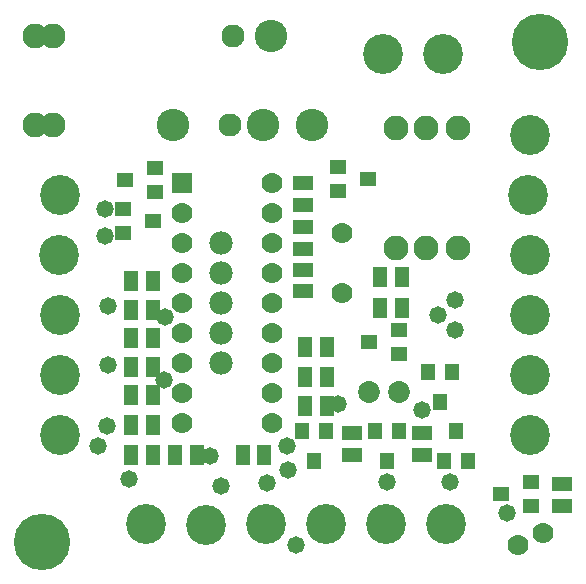
<source format=gts>
%FSLAX23Y23*%
%MOIN*%
G70*
G01*
G75*
%ADD10R,0.063X0.040*%
%ADD11R,0.050X0.040*%
%ADD12R,0.040X0.063*%
%ADD13R,0.040X0.050*%
%ADD14C,0.015*%
%ADD15C,0.025*%
%ADD16C,0.030*%
%ADD17C,0.010*%
%ADD18C,0.020*%
%ADD19C,0.008*%
%ADD20C,0.050*%
%ADD21C,0.062*%
%ADD22C,0.065*%
%ADD23C,0.180*%
%ADD24C,0.125*%
%ADD25C,0.075*%
%ADD26C,0.100*%
%ADD27C,0.069*%
%ADD28C,0.070*%
%ADD29R,0.062X0.062*%
%ADD30R,0.040X0.065*%
%ADD31R,0.065X0.040*%
%ADD32C,0.040*%
%ADD33R,0.040X0.062*%
%ADD34R,0.062X0.040*%
%ADD35C,0.009*%
%ADD36C,0.012*%
%ADD37C,0.007*%
%ADD38R,0.071X0.048*%
%ADD39R,0.058X0.048*%
%ADD40R,0.048X0.071*%
%ADD41R,0.048X0.058*%
%ADD42C,0.058*%
%ADD43C,0.073*%
%ADD44C,0.188*%
%ADD45C,0.133*%
%ADD46C,0.083*%
%ADD47C,0.108*%
%ADD48C,0.077*%
%ADD49C,0.078*%
%ADD50R,0.070X0.070*%
D28*
X10837Y7193D02*
D03*
X10752Y7153D02*
D03*
X9632Y8257D02*
D03*
Y8158D02*
D03*
Y8057D02*
D03*
Y7957D02*
D03*
Y7858D02*
D03*
Y7758D02*
D03*
Y7657D02*
D03*
Y7557D02*
D03*
X9932D02*
D03*
Y7657D02*
D03*
Y7758D02*
D03*
Y7858D02*
D03*
Y7957D02*
D03*
Y8057D02*
D03*
Y8158D02*
D03*
Y8257D02*
D03*
Y8358D02*
D03*
X10167Y7992D02*
D03*
Y8193D02*
D03*
D38*
X10899Y7354D02*
D03*
Y7281D02*
D03*
X10035Y8069D02*
D03*
Y7997D02*
D03*
Y8210D02*
D03*
Y8137D02*
D03*
X10434Y7524D02*
D03*
Y7451D02*
D03*
X10200Y7524D02*
D03*
Y7451D02*
D03*
X10035Y8286D02*
D03*
Y8359D02*
D03*
D39*
X10698Y7323D02*
D03*
X10797Y7282D02*
D03*
Y7363D02*
D03*
X10257Y7827D02*
D03*
X10358Y7787D02*
D03*
Y7867D02*
D03*
X9538Y8233D02*
D03*
X9438Y8273D02*
D03*
Y8193D02*
D03*
X9443Y8368D02*
D03*
X9542Y8328D02*
D03*
Y8408D02*
D03*
X10153Y8333D02*
D03*
Y8413D02*
D03*
X10252Y8373D02*
D03*
D40*
X9835Y7450D02*
D03*
X9908D02*
D03*
X10115Y7811D02*
D03*
X10042D02*
D03*
X10115Y7615D02*
D03*
X10042D02*
D03*
X10115Y7710D02*
D03*
X10042D02*
D03*
X9535Y7840D02*
D03*
X9462D02*
D03*
Y7451D02*
D03*
X9535D02*
D03*
X9462Y7550D02*
D03*
X9535D02*
D03*
X9462Y7650D02*
D03*
X9535D02*
D03*
X9462Y7746D02*
D03*
X9535D02*
D03*
X9611Y7451D02*
D03*
X9684D02*
D03*
X9462Y7936D02*
D03*
X9535D02*
D03*
X9462Y8031D02*
D03*
X9535D02*
D03*
X10292Y8045D02*
D03*
X10365D02*
D03*
X10292Y7940D02*
D03*
X10365D02*
D03*
D41*
X10493Y7628D02*
D03*
X10533Y7727D02*
D03*
X10453D02*
D03*
X10547Y7532D02*
D03*
X10507Y7432D02*
D03*
X10587D02*
D03*
X10318D02*
D03*
X10358Y7532D02*
D03*
X10278D02*
D03*
X10073Y7432D02*
D03*
X10113Y7532D02*
D03*
X10033D02*
D03*
D42*
X10488Y7918D02*
D03*
X10542Y7867D02*
D03*
Y7968D02*
D03*
X10717Y7258D02*
D03*
X10318Y7363D02*
D03*
X10528D02*
D03*
X10432Y7602D02*
D03*
X10012Y7153D02*
D03*
X9983Y7483D02*
D03*
X10153Y7622D02*
D03*
X9988Y7403D02*
D03*
X9917Y7358D02*
D03*
X9727Y7448D02*
D03*
X9762Y7347D02*
D03*
D03*
X9382Y7548D02*
D03*
X9387Y7753D02*
D03*
X9578Y7912D02*
D03*
X9573Y7702D02*
D03*
X9458Y7372D02*
D03*
X9377Y8273D02*
D03*
Y8182D02*
D03*
X9387Y7948D02*
D03*
X9352Y7483D02*
D03*
D43*
X10358Y7662D02*
D03*
X10257D02*
D03*
D44*
X10828Y8828D02*
D03*
X9167Y7162D02*
D03*
D45*
X9227Y7517D02*
D03*
Y7718D02*
D03*
Y7918D02*
D03*
Y8318D02*
D03*
X9222Y8118D02*
D03*
X10502Y8788D02*
D03*
X10302D02*
D03*
X10792Y7517D02*
D03*
Y7718D02*
D03*
Y7918D02*
D03*
Y8118D02*
D03*
Y8517D02*
D03*
X10788Y8318D02*
D03*
X10512Y7222D02*
D03*
X10312D02*
D03*
X10113D02*
D03*
X9913D02*
D03*
X9512D02*
D03*
X9712Y7218D02*
D03*
D46*
X9142Y8552D02*
D03*
Y8847D02*
D03*
X9203D02*
D03*
Y8552D02*
D03*
X10552Y8142D02*
D03*
Y8542D02*
D03*
X10448Y8142D02*
D03*
Y8542D02*
D03*
X10347Y8142D02*
D03*
Y8542D02*
D03*
D47*
X9931Y8847D02*
D03*
X10068Y8552D02*
D03*
X9903D02*
D03*
X9602D02*
D03*
D48*
X9792D02*
D03*
X9802Y8847D02*
D03*
D49*
X9762Y8158D02*
D03*
Y8057D02*
D03*
Y7957D02*
D03*
Y7858D02*
D03*
Y7758D02*
D03*
D50*
X9632Y8358D02*
D03*
M02*

</source>
